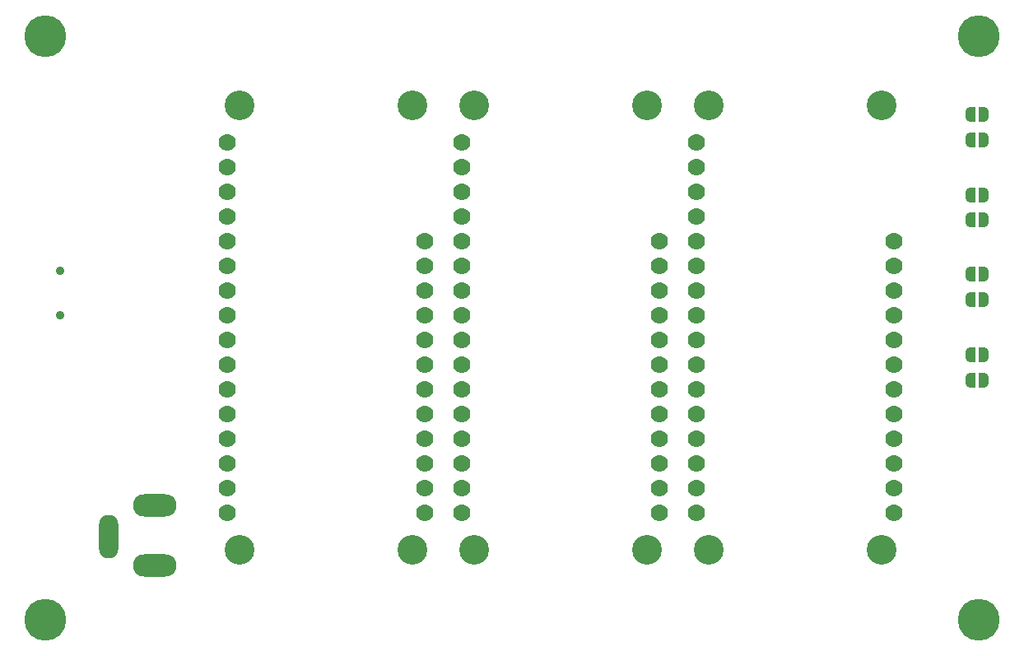
<source format=gbr>
%TF.GenerationSoftware,KiCad,Pcbnew,7.0.10-7.0.10~ubuntu22.04.1*%
%TF.CreationDate,2024-09-09T09:20:23-07:00*%
%TF.ProjectId,iorodeo_feather_tripler_enc1,696f726f-6465-46f5-9f66-656174686572,rev?*%
%TF.SameCoordinates,Original*%
%TF.FileFunction,Soldermask,Bot*%
%TF.FilePolarity,Negative*%
%FSLAX46Y46*%
G04 Gerber Fmt 4.6, Leading zero omitted, Abs format (unit mm)*
G04 Created by KiCad (PCBNEW 7.0.10-7.0.10~ubuntu22.04.1) date 2024-09-09 09:20:23*
%MOMM*%
%LPD*%
G01*
G04 APERTURE LIST*
G04 Aperture macros list*
%AMFreePoly0*
4,1,19,0.500000,-0.750000,0.000000,-0.750000,0.000000,-0.744911,-0.071157,-0.744911,-0.207708,-0.704816,-0.327430,-0.627875,-0.420627,-0.520320,-0.479746,-0.390866,-0.500000,-0.250000,-0.500000,0.250000,-0.479746,0.390866,-0.420627,0.520320,-0.327430,0.627875,-0.207708,0.704816,-0.071157,0.744911,0.000000,0.744911,0.000000,0.750000,0.500000,0.750000,0.500000,-0.750000,0.500000,-0.750000,
$1*%
%AMFreePoly1*
4,1,19,0.000000,0.744911,0.071157,0.744911,0.207708,0.704816,0.327430,0.627875,0.420627,0.520320,0.479746,0.390866,0.500000,0.250000,0.500000,-0.250000,0.479746,-0.390866,0.420627,-0.520320,0.327430,-0.627875,0.207708,-0.704816,0.071157,-0.744911,0.000000,-0.744911,0.000000,-0.750000,-0.500000,-0.750000,-0.500000,0.750000,0.000000,0.750000,0.000000,0.744911,0.000000,0.744911,
$1*%
G04 Aperture macros list end*
%ADD10C,0.900000*%
%ADD11C,4.300000*%
%ADD12O,4.500000X2.300000*%
%ADD13O,2.000000X4.500000*%
%ADD14C,3.048000*%
%ADD15C,1.778000*%
%ADD16FreePoly0,0.000000*%
%ADD17FreePoly1,0.000000*%
G04 APERTURE END LIST*
D10*
%TO.C,SW1*%
X52324000Y-79466000D03*
X52324000Y-74966000D03*
%TD*%
D11*
%TO.C,M2*%
X146812000Y-50800000D03*
%TD*%
D12*
%TO.C,J1*%
X62086300Y-105239700D03*
X62086300Y-99039700D03*
D13*
X57286300Y-102289700D03*
%TD*%
D14*
%TO.C,U1*%
X88519000Y-103657400D03*
X88519000Y-57937400D03*
X70739000Y-103657400D03*
X70739000Y-57937400D03*
D15*
X89789000Y-99847400D03*
X89789000Y-97307400D03*
X89789000Y-94767400D03*
X89789000Y-92227400D03*
X89789000Y-89687400D03*
X89789000Y-87147400D03*
X89789000Y-84607400D03*
X89789000Y-82067400D03*
X89789000Y-79527400D03*
X89789000Y-76987400D03*
X89789000Y-74447400D03*
X89789000Y-71907400D03*
X69469000Y-61747400D03*
X69469000Y-64287400D03*
X69469000Y-66827400D03*
X69469000Y-69367400D03*
X69469000Y-71907400D03*
X69469000Y-74447400D03*
X69469000Y-76987400D03*
X69469000Y-79527400D03*
X69469000Y-82067400D03*
X69469000Y-84607400D03*
X69469000Y-87147400D03*
X69469000Y-89687400D03*
X69469000Y-92227400D03*
X69469000Y-94767400D03*
X69469000Y-97307400D03*
X69469000Y-99847400D03*
%TD*%
D14*
%TO.C,U3*%
X136779000Y-103657400D03*
X136779000Y-57937400D03*
X118999000Y-103657400D03*
X118999000Y-57937400D03*
D15*
X138049000Y-99847400D03*
X138049000Y-97307400D03*
X138049000Y-94767400D03*
X138049000Y-92227400D03*
X138049000Y-89687400D03*
X138049000Y-87147400D03*
X138049000Y-84607400D03*
X138049000Y-82067400D03*
X138049000Y-79527400D03*
X138049000Y-76987400D03*
X138049000Y-74447400D03*
X138049000Y-71907400D03*
X117729000Y-61747400D03*
X117729000Y-64287400D03*
X117729000Y-66827400D03*
X117729000Y-69367400D03*
X117729000Y-71907400D03*
X117729000Y-74447400D03*
X117729000Y-76987400D03*
X117729000Y-79527400D03*
X117729000Y-82067400D03*
X117729000Y-84607400D03*
X117729000Y-87147400D03*
X117729000Y-89687400D03*
X117729000Y-92227400D03*
X117729000Y-94767400D03*
X117729000Y-97307400D03*
X117729000Y-99847400D03*
%TD*%
D14*
%TO.C,U2*%
X112649000Y-103657400D03*
X112649000Y-57937400D03*
X94869000Y-103657400D03*
X94869000Y-57937400D03*
D15*
X113919000Y-99847400D03*
X113919000Y-97307400D03*
X113919000Y-94767400D03*
X113919000Y-92227400D03*
X113919000Y-89687400D03*
X113919000Y-87147400D03*
X113919000Y-84607400D03*
X113919000Y-82067400D03*
X113919000Y-79527400D03*
X113919000Y-76987400D03*
X113919000Y-74447400D03*
X113919000Y-71907400D03*
X93599000Y-61747400D03*
X93599000Y-64287400D03*
X93599000Y-66827400D03*
X93599000Y-69367400D03*
X93599000Y-71907400D03*
X93599000Y-74447400D03*
X93599000Y-76987400D03*
X93599000Y-79527400D03*
X93599000Y-82067400D03*
X93599000Y-84607400D03*
X93599000Y-87147400D03*
X93599000Y-89687400D03*
X93599000Y-92227400D03*
X93599000Y-94767400D03*
X93599000Y-97307400D03*
X93599000Y-99847400D03*
%TD*%
D11*
%TO.C,M1*%
X50800000Y-50800000D03*
%TD*%
%TO.C,M3*%
X146812000Y-110794800D03*
%TD*%
%TO.C,M4*%
X50800000Y-110794800D03*
%TD*%
D16*
%TO.C,JP2*%
X146000000Y-69700000D03*
D17*
X147300000Y-69700000D03*
%TD*%
D16*
%TO.C,JP3*%
X146000000Y-58850000D03*
D17*
X147300000Y-58850000D03*
%TD*%
D16*
%TO.C,JP1*%
X146000000Y-67100000D03*
D17*
X147300000Y-67100000D03*
%TD*%
D16*
%TO.C,JP7*%
X146000000Y-75300000D03*
D17*
X147300000Y-75300000D03*
%TD*%
D16*
%TO.C,JP6*%
X146000000Y-86200000D03*
D17*
X147300000Y-86200000D03*
%TD*%
D16*
%TO.C,JP4*%
X146000000Y-61500000D03*
D17*
X147300000Y-61500000D03*
%TD*%
D16*
%TO.C,JP8*%
X146000000Y-77900000D03*
D17*
X147300000Y-77900000D03*
%TD*%
D16*
%TO.C,JP5*%
X146000000Y-83600000D03*
D17*
X147300000Y-83600000D03*
%TD*%
M02*

</source>
